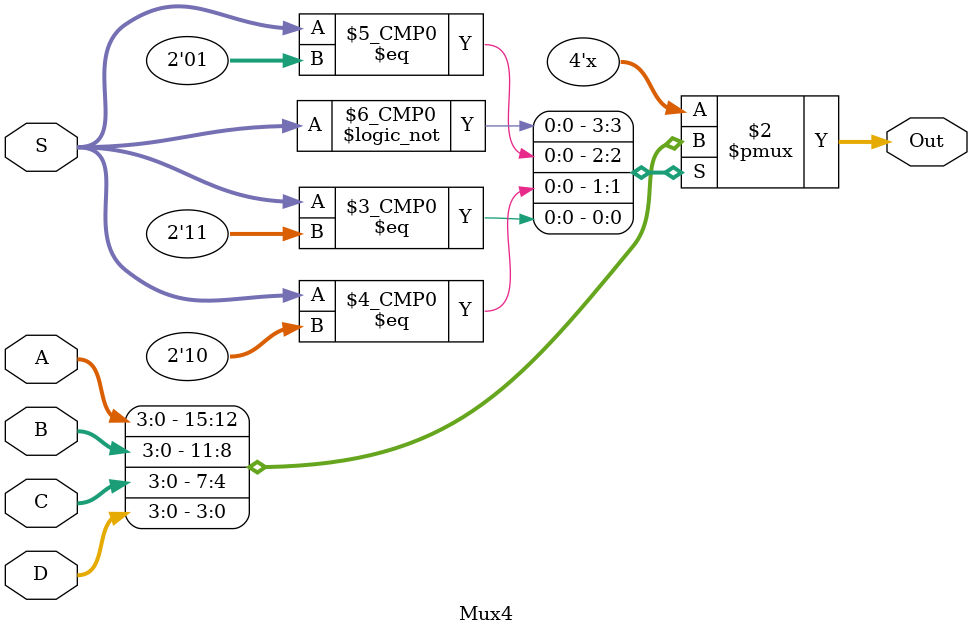
<source format=v>
module Mux4(

	input [3:0] A,
	input [3:0] B,
	input [3:0] C,
	input [3:0] D,
	input [1:0] S,
	
	output reg [3:0] Out
);

	
	always @(*) begin
		case (S)
		2'h0 : 
			Out = A;
		2'h1 : 
			Out = B;
		2'h2 : 
			Out = C;
		2'h3 : 
			Out = D;
		
		default:
			Out = 3'hxx;
		endcase
	end
	
	endmodule

</source>
